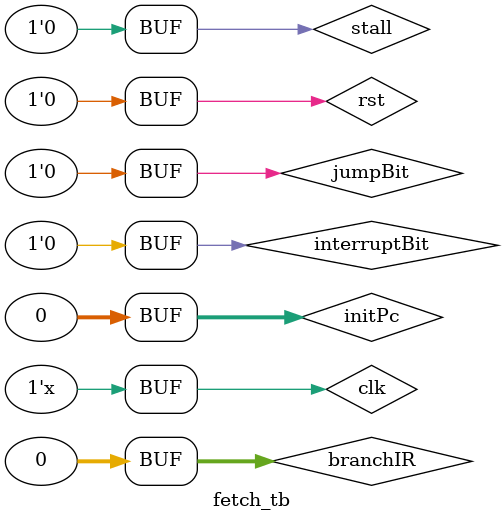
<source format=v>
`include "Fetch.v"

module fetch_tb ();

  reg stall, clk, jumpBit, rst, interruptBit;
  reg [31:0] branchIR, initPc;
  wire [31:0] samePc, nextPc;
  wire [15:0] instruction, immediate;

  localparam N = 10;

  Fetch fetch (
      .stall(stall),
      .clk(clk),
      .jumpBit(jumpBit),
      .rst(rst),
      .interruptBit(interruptBit),
      .branchIR(branchIR),
      .initPc(initPc),
      .samePc(samePc),
      .nextPc(nextPc),
      .instruction(instruction),
      .immediate(instruction)
  );
  initial begin

    clk = 1'b0;
    stall = 1'b0;
    jumpBit = 1'b0;
    rst = 1'b0;
    interruptBit = 1'b0;
    branchIR = 32'b0;
    initPc = 32'h0;

    // #N clk = 1'b1;
    stall = 1'b0;
    jumpBit = 1'b0;
    rst = 1'b0;
    interruptBit = 1'b0;
    branchIR = 32'b0;

    if (instruction == 16'b0011100000010001) begin
      $display("IR Passed");
    end else begin
      $display("IR Failed");
    end

    // #N clk = 1'b0;

    if (instruction == 16'b0000000000000100) begin
      $display("IR Passed");
    end else begin
      $display("IR Failed");
    end
    $display("Immediate: ", immediate);


    // #N clk = 1'b1;

    if (instruction == 16'b0000000000000100) begin
      $display("IR Passed");
    end else begin
      $display("IR Failed");
    end
    $display("Immediate: ", immediate);


  end

  always #10 clk = !clk;


endmodule

</source>
